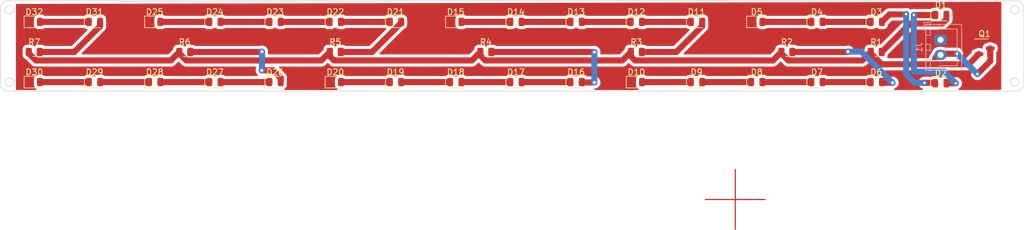
<source format=kicad_pcb>
(kicad_pcb (version 20221018) (generator pcbnew)
  (title_block (title "Brake_light") (date "2023-12-09") (rev "v1.5") (company "TTR_8th") (comment 1 "Designed By Howard Lee"))
  (layers (0 "F.Cu" signal) (31 "B.Cu" signal) (34 "B.Paste" user) (35 "F.Paste" user) (36 "B.SilkS" user "B.Silkscreen") (37 "F.SilkS" user "F.Silkscreen") (38 "B.Mask" user) (39 "F.Mask" user) (44 "Edge.Cuts" user))
  (net 0 "")
  (net 1 "Net-(D1-K)")
  (net 2 "Net-(D1-A)")
  (net 3 "/GND")
  (net 4 "Net-(D3-K)")
  (net 5 "Net-(D2-K)")
  (net 6 "Net-(D4-K)")
  (net 7 "Net-(D6-K)")
  (net 8 "Net-(D7-K)")
  (net 9 "Net-(D6-A)")
  (net 10 "Net-(D10-A)")
  (net 11 "Net-(D8-K)")
  (net 12 "Net-(D11-K)")
  (net 13 "Net-(D11-A)")
  (net 14 "Net-(D13-K)")
  (net 15 "Net-(D12-K)")
  (net 16 "Net-(D14-K)")
  (net 17 "Net-(D16-K)")
  (net 18 "Net-(D17-K)")
  (net 19 "Net-(D16-A)")
  (net 20 "Net-(D19-K)")
  (net 21 "Net-(D18-K)")
  (net 22 "Net-(D21-K)")
  (net 23 "Net-(D21-A)")
  (net 24 "Net-(D23-K)")
  (net 25 "Net-(D22-K)")
  (net 26 "Net-(D24-K)")
  (net 27 "Net-(D26-K)")
  (net 28 "Net-(D27-K)")
  (net 29 "Net-(D26-A)")
  (net 30 "Net-(D29-K)")
  (net 31 "Net-(D28-K)")
  (net 32 "/Vcc")
  (net 33 "Net-(D31-K)")
  (net 34 "Net-(D31-A)")
  (net 35 "Net-(Q1-S)")
  (footprint "Resistor_SMD:R_0805_2012Metric" (layer "F.Cu") (at 195.497 98.497)
    (fp_text reference "R1" (at 0 -1.65) (layer "F.SilkS"))
    (fp_text value "220 Ohm")
    (fp_line (start -0.227064 -0.735) (end 0.227064 -0.735) (stroke (width 0.12)) (layer "F.SilkS"))
    (fp_line (start -0.227064 0.735) (end 0.227064 0.735) (stroke (width 0.12)) (layer "F.SilkS"))
    (pad "1" smd roundrect (at -0.9125 0) (size 1.025 1.4) (layers "F.Cu" "F.Paste" "F.Mask") (roundrect_rratio 0.243902439) (net 35 "Net-(Q1-S)"))
    (pad "2" smd roundrect (at 0.9125 0) (size 1.025 1.4) (layers "F.Cu" "F.Paste" "F.Mask") (roundrect_rratio 0.243902439) (net 2 "Net-(D1-A)"))
  )
  (footprint "LED_SMD:LED_0805_2012Metric" (layer "F.Cu") (at 55.647 103.494)
    (fp_text reference "D30" (at 0 -1.65) (layer "F.SilkS"))
    (fp_text value "LED_Small")
    (fp_line (start -1.685 -0.96) (end -1.685 0.96) (stroke (width 0.12)) (layer "F.SilkS"))
    (fp_line (start -1.685 0.96) (end 1 0.96) (stroke (width 0.12)) (layer "F.SilkS"))
    (fp_line (start 1 -0.96) (end -1.685 -0.96) (stroke (width 0.12)) (layer "F.SilkS"))
    (pad "1" smd roundrect (at -0.9375 0) (size 0.975 1.4) (layers "F.Cu" "F.Paste" "F.Mask") (net 3 "/GND"))
    (pad "2" smd roundrect (at 0.9375 0) (size 0.975 1.4) (layers "F.Cu" "F.Paste" "F.Mask") (net 30 "Net-(D29-K)"))
  )
  (footprint "LED_SMD:LED_0805_2012Metric" (layer "F.Cu") (at 165.647 103.494)
    (fp_text reference "D9" (at 0 -1.65) (layer "F.SilkS"))
    (fp_text value "LED_Small")
    (fp_line (start -1.685 -0.96) (end -1.685 0.96) (stroke (width 0.12)) (layer "F.SilkS"))
    (fp_line (start -1.685 0.96) (end 1 0.96) (stroke (width 0.12)) (layer "F.SilkS"))
    (fp_line (start 1 -0.96) (end -1.685 -0.96) (stroke (width 0.12)) (layer "F.SilkS"))
    (pad "1" smd roundrect (at -0.9375 0) (size 0.975 1.4) (layers "F.Cu" "F.Paste" "F.Mask") (net 10 "Net-(D10-A)"))
    (pad "2" smd roundrect (at 0.9375 0) (size 0.975 1.4) (layers "F.Cu" "F.Paste" "F.Mask") (net 11 "Net-(D8-K)"))
  )
  (footprint "LED_SMD:LED_0805_2012Metric" (layer "F.Cu") (at 55.647 93.5)
    (fp_text reference "D32" (at 0 -1.65) (layer "F.SilkS"))
    (fp_text value "LED_Small")
    (fp_line (start -1.685 -0.96) (end -1.685 0.96) (stroke (width 0.12)) (layer "F.SilkS"))
    (fp_line (start -1.685 0.96) (end 1 0.96) (stroke (width 0.12)) (layer "F.SilkS"))
    (fp_line (start 1 -0.96) (end -1.685 -0.96) (stroke (width 0.12)) (layer "F.SilkS"))
    (pad "1" smd roundrect (at -0.9375 0) (size 0.975 1.4) (layers "F.Cu" "F.Paste" "F.Mask") (net 3 "/GND"))
    (pad "2" smd roundrect (at 0.9375 0) (size 0.975 1.4) (layers "F.Cu" "F.Paste" "F.Mask") (net 33 "Net-(D31-K)"))
  )
  (footprint "LED_SMD:LED_0805_2012Metric" (layer "F.Cu") (at 165.647 93.5)
    (fp_text reference "D11" (at 0 -1.65) (layer "F.SilkS"))
    (fp_text value "LED_Small")
    (fp_line (start -1.685 -0.96) (end -1.685 0.96) (stroke (width 0.12)) (layer "F.SilkS"))
    (fp_line (start -1.685 0.96) (end 1 0.96) (stroke (width 0.12)) (layer "F.SilkS"))
    (fp_line (start 1 -0.96) (end -1.685 -0.96) (stroke (width 0.12)) (layer "F.SilkS"))
    (pad "1" smd roundrect (at -0.9375 0) (size 0.975 1.4) (layers "F.Cu" "F.Paste" "F.Mask") (net 12 "Net-(D11-K)"))
    (pad "2" smd roundrect (at 0.9375 0) (size 0.975 1.4) (layers "F.Cu" "F.Paste" "F.Mask") (net 13 "Net-(D11-A)"))
  )
  (footprint "Resistor_SMD:R_0805_2012Metric" (layer "F.Cu") (at 80.647 98.497)
    (fp_text reference "R6" (at 0 -1.65) (layer "F.SilkS"))
    (fp_text value "220 Ohm")
    (fp_line (start -0.227064 -0.735) (end 0.227064 -0.735) (stroke (width 0.12)) (layer "F.SilkS"))
    (fp_line (start -0.227064 0.735) (end 0.227064 0.735) (stroke (width 0.12)) (layer "F.SilkS"))
    (pad "1" smd roundrect (at -0.9125 0) (size 1.025 1.4) (layers "F.Cu" "F.Paste" "F.Mask") (roundrect_rratio 0.243902439) (net 35 "Net-(Q1-S)"))
    (pad "2" smd roundrect (at 0.9125 0) (size 1.025 1.4) (layers "F.Cu" "F.Paste" "F.Mask") (roundrect_rratio 0.243902439) (net 29 "Net-(D26-A)"))
  )
  (footprint "LED_SMD:LED_0805_2012Metric" (layer "F.Cu") (at 155.647 103.494)
    (fp_text reference "D10" (at 0 -1.65) (layer "F.SilkS"))
    (fp_text value "LED_Small")
    (fp_line (start -1.685 -0.96) (end -1.685 0.96) (stroke (width 0.12)) (layer "F.SilkS"))
    (fp_line (start -1.685 0.96) (end 1 0.96) (stroke (width 0.12)) (layer "F.SilkS"))
    (fp_line (start 1 -0.96) (end -1.685 -0.96) (stroke (width 0.12)) (layer "F.SilkS"))
    (pad "1" smd roundrect (at -0.9375 0) (size 0.975 1.4) (layers "F.Cu" "F.Paste" "F.Mask") (net 3 "/GND"))
    (pad "2" smd roundrect (at 0.9375 0) (size 0.975 1.4) (layers "F.Cu" "F.Paste" "F.Mask") (net 10 "Net-(D10-A)"))
  )
  (footprint "LED_SMD:LED_0805_2012Metric" (layer "F.Cu") (at 185.647 103.494)
    (fp_text reference "D7" (at 0 -1.65) (layer "F.SilkS"))
    (fp_text value "LED_Small")
    (fp_line (start -1.685 -0.96) (end -1.685 0.96) (stroke (width 0.12)) (layer "F.SilkS"))
    (fp_line (start -1.685 0.96) (end 1 0.96) (stroke (width 0.12)) (layer "F.SilkS"))
    (fp_line (start 1 -0.96) (end -1.685 -0.96) (stroke (width 0.12)) (layer "F.SilkS"))
    (pad "1" smd roundrect (at -0.9375 0) (size 0.975 1.4) (layers "F.Cu" "F.Paste" "F.Mask") (net 8 "Net-(D7-K)"))
    (pad "2" smd roundrect (at 0.9375 0) (size 0.975 1.4) (layers "F.Cu" "F.Paste" "F.Mask") (net 7 "Net-(D6-K)"))
  )
  (footprint "Resistor_SMD:R_0805_2012Metric" (layer "F.Cu") (at 155.647 98.497)
    (fp_text reference "R3" (at 0 -1.65) (layer "F.SilkS"))
    (fp_text value "220 Ohm")
    (fp_line (start -0.227064 -0.735) (end 0.227064 -0.735) (stroke (width 0.12)) (layer "F.SilkS"))
    (fp_line (start -0.227064 0.735) (end 0.227064 0.735) (stroke (width 0.12)) (layer "F.SilkS"))
    (pad "1" smd roundrect (at -0.9125 0) (size 1.025 1.4) (layers "F.Cu" "F.Paste" "F.Mask") (roundrect_rratio 0.243902439) (net 35 "Net-(Q1-S)"))
    (pad "2" smd roundrect (at 0.9125 0) (size 1.025 1.4) (layers "F.Cu" "F.Paste" "F.Mask") (roundrect_rratio 0.243902439) (net 13 "Net-(D11-A)"))
  )
  (footprint "LED_SMD:LED_0805_2012Metric" (layer "F.Cu") (at 105.647 93.5)
    (fp_text reference "D22" (at 0 -1.65) (layer "F.SilkS"))
    (fp_text value "LED_Small")
    (fp_line (start -1.685 -0.96) (end -1.685 0.96) (stroke (width 0.12)) (layer "F.SilkS"))
    (fp_line (start -1.685 0.96) (end 1 0.96) (stroke (width 0.12)) (layer "F.SilkS"))
    (fp_line (start 1 -0.96) (end -1.685 -0.96) (stroke (width 0.12)) (layer "F.SilkS"))
    (pad "1" smd roundrect (at -0.9375 0) (size 0.975 1.4) (layers "F.Cu" "F.Paste" "F.Mask") (net 25 "Net-(D22-K)"))
    (pad "2" smd roundrect (at 0.9375 0) (size 0.975 1.4) (layers "F.Cu" "F.Paste" "F.Mask") (net 22 "Net-(D21-K)"))
  )
  (footprint "Resistor_SMD:R_0805_2012Metric" (layer "F.Cu") (at 105.647 98.497)
    (fp_text reference "R5" (at 0 -1.65) (layer "F.SilkS"))
    (fp_text value "220 Ohm")
    (fp_line (start -0.227064 -0.735) (end 0.227064 -0.735) (stroke (width 0.12)) (layer "F.SilkS"))
    (fp_line (start -0.227064 0.735) (end 0.227064 0.735) (stroke (width 0.12)) (layer "F.SilkS"))
    (pad "1" smd roundrect (at -0.9125 0) (size 1.025 1.4) (layers "F.Cu" "F.Paste" "F.Mask") (roundrect_rratio 0.243902439) (net 35 "Net-(Q1-S)"))
    (pad "2" smd roundrect (at 0.9125 0) (size 1.025 1.4) (layers "F.Cu" "F.Paste" "F.Mask") (roundrect_rratio 0.243902439) (net 23 "Net-(D21-A)"))
  )
  (footprint "LED_SMD:LED_0805_2012Metric" (layer "F.Cu") (at 125.647 93.5)
    (fp_text reference "D15" (at 0 -1.65) (layer "F.SilkS"))
    (fp_text value "LED_Small")
    (fp_line (start -1.685 -0.96) (end -1.685 0.96) (stroke (width 0.12)) (layer "F.SilkS"))
    (fp_line (start -1.685 0.96) (end 1 0.96) (stroke (width 0.12)) (layer "F.SilkS"))
    (fp_line (start 1 -0.96) (end -1.685 -0.96) (stroke (width 0.12)) (layer "F.SilkS"))
    (pad "1" smd roundrect (at -0.9375 0) (size 0.975 1.4) (layers "F.Cu" "F.Paste" "F.Mask") (net 3 "/GND"))
    (pad "2" smd roundrect (at 0.9375 0) (size 0.975 1.4) (layers "F.Cu" "F.Paste" "F.Mask") (net 16 "Net-(D14-K)"))
  )
  (footprint "LED_SMD:LED_0805_2012Metric" (layer "F.Cu") (at 135.647 103.494)
    (fp_text reference "D17" (at 0 -1.65) (layer "F.SilkS"))
    (fp_text value "LED_Small")
    (fp_line (start -1.685 -0.96) (end -1.685 0.96) (stroke (width 0.12)) (layer "F.SilkS"))
    (fp_line (start -1.685 0.96) (end 1 0.96) (stroke (width 0.12)) (layer "F.SilkS"))
    (fp_line (start 1 -0.96) (end -1.685 -0.96) (stroke (width 0.12)) (layer "F.SilkS"))
    (pad "1" smd roundrect (at -0.9375 0) (size 0.975 1.4) (layers "F.Cu" "F.Paste" "F.Mask") (net 18 "Net-(D17-K)"))
    (pad "2" smd roundrect (at 0.9375 0) (size 0.975 1.4) (layers "F.Cu" "F.Paste" "F.Mask") (net 17 "Net-(D16-K)"))
  )
  (footprint "LED_SMD:LED_0805_2012Metric" (layer "F.Cu") (at 95.647 103.494)
    (fp_text reference "D26" (at 0 -1.65) (layer "F.SilkS"))
    (fp_text value "LED_Small")
    (fp_line (start -1.685 -0.96) (end -1.685 0.96) (stroke (width 0.12)) (layer "F.SilkS"))
    (fp_line (start -1.685 0.96) (end 1 0.96) (stroke (width 0.12)) (layer "F.SilkS"))
    (fp_line (start 1 -0.96) (end -1.685 -0.96) (stroke (width 0.12)) (layer "F.SilkS"))
    (pad "1" smd roundrect (at -0.9375 0) (size 0.975 1.4) (layers "F.Cu" "F.Paste" "F.Mask") (net 27 "Net-(D26-K)"))
    (pad "2" smd roundrect (at 0.9375 0) (size 0.975 1.4) (layers "F.Cu" "F.Paste" "F.Mask") (net 29 "Net-(D26-A)"))
  )
  (footprint "LED_SMD:LED_0805_2012Metric" (layer "F.Cu") (at 206.22 103.69)
    (fp_text reference "D2" (at 0 -1.65) (layer "F.SilkS"))
    (fp_text value "LED_Small")
    (fp_line (start -1.685 -0.96) (end -1.685 0.96) (stroke (width 0.12)) (layer "F.SilkS"))
    (fp_line (start -1.685 0.96) (end 1 0.96) (stroke (width 0.12)) (layer "F.SilkS"))
    (fp_line (start 1 -0.96) (end -1.685 -0.96) (stroke (width 0.12)) (layer "F.SilkS"))
    (pad "1" smd roundrect (at -0.9375 0) (size 0.975 1.4) (layers "F.Cu" "F.Paste" "F.Mask") (net 5 "Net-(D2-K)"))
    (pad "2" smd roundrect (at 0.9375 0) (size 0.975 1.4) (layers "F.Cu" "F.Paste" "F.Mask") (net 1 "Net-(D1-K)"))
  )
  (footprint "LED_SMD:LED_0805_2012Metric" (layer "F.Cu") (at 75.647 93.5)
    (fp_text reference "D25" (at 0 -1.65) (layer "F.SilkS"))
    (fp_text value "LED_Small")
    (fp_line (start -1.685 -0.96) (end -1.685 0.96) (stroke (width 0.12)) (layer "F.SilkS"))
    (fp_line (start -1.685 0.96) (end 1 0.96) (stroke (width 0.12)) (layer "F.SilkS"))
    (fp_line (start 1 -0.96) (end -1.685 -0.96) (stroke (width 0.12)) (layer "F.SilkS"))
    (pad "1" smd roundrect (at -0.9375 0) (size 0.975 1.4) (layers "F.Cu" "F.Paste" "F.Mask") (net 3 "/GND"))
    (pad "2" smd roundrect (at 0.9375 0) (size 0.975 1.4) (layers "F.Cu" "F.Paste" "F.Mask") (net 26 "Net-(D24-K)"))
  )
  (footprint "LED_SMD:LED_0805_2012Metric" (layer "F.Cu") (at 175.647 93.5)
    (fp_text reference "D5" (at 0 -1.65) (layer "F.SilkS"))
    (fp_text value "LED_Small")
    (fp_line (start -1.685 -0.96) (end -1.685 0.96) (stroke (width 0.12)) (layer "F.SilkS"))
    (fp_line (start -1.685 0.96) (end 1 0.96) (stroke (width 0.12)) (layer "F.SilkS"))
    (fp_line (start 1 -0.96) (end -1.685 -0.96) (stroke (width 0.12)) (layer "F.SilkS"))
    (pad "1" smd roundrect (at -0.9375 0) (size 0.975 1.4) (layers "F.Cu" "F.Paste" "F.Mask") (net 3 "/GND"))
    (pad "2" smd roundrect (at 0.9375 0) (size 0.975 1.4) (layers "F.Cu" "F.Paste" "F.Mask") (net 6 "Net-(D4-K)"))
  )
  (footprint "LED_SMD:LED_0805_2012Metric" (layer "F.Cu") (at 145.647 93.5)
    (fp_text reference "D13" (at 0 -1.65) (layer "F.SilkS"))
    (fp_text value "LED_Small")
    (fp_line (start -1.685 -0.96) (end -1.685 0.96) (stroke (width 0.12)) (layer "F.SilkS"))
    (fp_line (start -1.685 0.96) (end 1 0.96) (stroke (width 0.12)) (layer "F.SilkS"))
    (fp_line (start 1 -0.96) (end -1.685 -0.96) (stroke (width 0.12)) (layer "F.SilkS"))
    (pad "1" smd roundrect (at -0.9375 0) (size 0.975 1.4) (layers "F.Cu" "F.Paste" "F.Mask") (net 14 "Net-(D13-K)"))
    (pad "2" smd roundrect (at 0.9375 0) (size 0.975 1.4) (layers "F.Cu" "F.Paste" "F.Mask") (net 15 "Net-(D12-K)"))
  )
  (footprint "LED_SMD:LED_0805_2012Metric" (layer "F.Cu") (at 65.647 103.494)
    (fp_text reference "D29" (at 0 -1.65) (layer "F.SilkS"))
    (fp_text value "LED_Small")
    (fp_line (start -1.685 -0.96) (end -1.685 0.96) (stroke (width 0.12)) (layer "F.SilkS"))
    (fp_line (start -1.685 0.96) (end 1 0.96) (stroke (width 0.12)) (layer "F.SilkS"))
    (fp_line (start 1 -0.96) (end -1.685 -0.96) (stroke (width 0.12)) (layer "F.SilkS"))
    (pad "1" smd roundrect (at -0.9375 0) (size 0.975 1.4) (layers "F.Cu" "F.Paste" "F.Mask") (net 30 "Net-(D29-K)"))
    (pad "2" smd roundrect (at 0.9375 0) (size 0.975 1.4) (layers "F.Cu" "F.Paste" "F.Mask") (net 31 "Net-(D28-K)"))
  )
  (footprint "LED_SMD:LED_0805_2012Metric" (layer "F.Cu") (at 195.497 93.5)
    (fp_text reference "D3" (at 0 -1.65) (layer "F.SilkS"))
    (fp_text value "LED_Small")
    (fp_line (start -1.685 -0.96) (end -1.685 0.96) (stroke (width 0.12)) (layer "F.SilkS"))
    (fp_line (start -1.685 0.96) (end 1 0.96) (stroke (width 0.12)) (layer "F.SilkS"))
    (fp_line (start 1 -0.96) (end -1.685 -0.96) (stroke (width 0.12)) (layer "F.SilkS"))
    (pad "1" smd roundrect (at -0.9375 0) (size 0.975 1.4) (layers "F.Cu" "F.Paste" "F.Mask") (net 4 "Net-(D3-K)"))
    (pad "2" smd roundrect (at 0.9375 0) (size 0.975 1.4) (layers "F.Cu" "F.Paste" "F.Mask") (net 5 "Net-(D2-K)"))
  )
  (footprint "LED_SMD:LED_0805_2012Metric" (layer "F.Cu") (at 175.647 103.494)
    (fp_text reference "D8" (at 0 -1.65) (layer "F.SilkS"))
    (fp_text value "LED_Small")
    (fp_line (start -1.685 -0.96) (end -1.685 0.96) (stroke (width 0.12)) (layer "F.SilkS"))
    (fp_line (start -1.685 0.96) (end 1 0.96) (stroke (width 0.12)) (layer "F.SilkS"))
    (fp_line (start 1 -0.96) (end -1.685 -0.96) (stroke (width 0.12)) (layer "F.SilkS"))
    (pad "1" smd roundrect (at -0.9375 0) (size 0.975 1.4) (layers "F.Cu" "F.Paste" "F.Mask") (net 11 "Net-(D8-K)"))
    (pad "2" smd roundrect (at 0.9375 0) (size 0.975 1.4) (layers "F.Cu" "F.Paste" "F.Mask") (net 8 "Net-(D7-K)"))
  )
  (footprint "LED_SMD:LED_0805_2012Metric" (layer "F.Cu") (at 95.647 93.5)
    (fp_text reference "D23" (at 0 -1.65) (layer "F.SilkS"))
    (fp_text value "LED_Small")
    (fp_line (start -1.685 -0.96) (end -1.685 0.96) (stroke (width 0.12)) (layer "F.SilkS"))
    (fp_line (start -1.685 0.96) (end 1 0.96) (stroke (width 0.12)) (layer "F.SilkS"))
    (fp_line (start 1 -0.96) (end -1.685 -0.96) (stroke (width 0.12)) (layer "F.SilkS"))
    (pad "1" smd roundrect (at -0.9375 0) (size 0.975 1.4) (layers "F.Cu" "F.Paste" "F.Mask") (net 24 "Net-(D23-K)"))
    (pad "2" smd roundrect (at 0.9375 0) (size 0.975 1.4) (layers "F.Cu" "F.Paste" "F.Mask") (net 25 "Net-(D22-K)"))
  )
  (footprint "LED_SMD:LED_0805_2012Metric" (layer "F.Cu") (at 155.647 93.5)
    (fp_text reference "D12" (at 0 -1.65) (layer "F.SilkS"))
    (fp_text value "LED_Small")
    (fp_line (start -1.685 -0.96) (end -1.685 0.96) (stroke (width 0.12)) (layer "F.SilkS"))
    (fp_line (start -1.685 0.96) (end 1 0.96) (stroke (width 0.12)) (layer "F.SilkS"))
    (fp_line (start 1 -0.96) (end -1.685 -0.96) (stroke (width 0.12)) (layer "F.SilkS"))
    (pad "1" smd roundrect (at -0.9375 0) (size 0.975 1.4) (layers "F.Cu" "F.Paste" "F.Mask") (net 15 "Net-(D12-K)"))
    (pad "2" smd roundrect (at 0.9375 0) (size 0.975 1.4) (layers "F.Cu" "F.Paste" "F.Mask") (net 12 "Net-(D11-K)"))
  )
  (footprint "LED_SMD:LED_0805_2012Metric" (layer "F.Cu") (at 135.647 93.5)
    (fp_text reference "D14" (at 0 -1.65) (layer "F.SilkS"))
    (fp_text value "LED_Small")
    (fp_line (start -1.685 -0.96) (end -1.685 0.96) (stroke (width 0.12)) (layer "F.SilkS"))
    (fp_line (start -1.685 0.96) (end 1 0.96) (stroke (width 0.12)) (layer "F.SilkS"))
    (fp_line (start 1 -0.96) (end -1.685 -0.96) (stroke (width 0.12)) (layer "F.SilkS"))
    (pad "1" smd roundrect (at -0.9375 0) (size 0.975 1.4) (layers "F.Cu" "F.Paste" "F.Mask") (net 16 "Net-(D14-K)"))
    (pad "2" smd roundrect (at 0.9375 0) (size 0.975 1.4) (layers "F.Cu" "F.Paste" "F.Mask") (net 14 "Net-(D13-K)"))
  )
  (footprint "LED_SMD:LED_0805_2012Metric" (layer "F.Cu") (at 185.647 93.5)
    (fp_text reference "D4" (at 0 -1.65) (layer "F.SilkS"))
    (fp_text value "LED_Small")
    (fp_line (start -1.685 -0.96) (end -1.685 0.96) (stroke (width 0.12)) (layer "F.SilkS"))
    (fp_line (start -1.685 0.96) (end 1 0.96) (stroke (width 0.12)) (layer "F.SilkS"))
    (fp_line (start 1 -0.96) (end -1.685 -0.96) (stroke (width 0.12)) (layer "F.SilkS"))
    (pad "1" smd roundrect (at -0.9375 0) (size 0.975 1.4) (layers "F.Cu" "F.Paste" "F.Mask") (net 6 "Net-(D4-K)"))
    (pad "2" smd roundrect (at 0.9375 0) (size 0.975 1.4) (layers "F.Cu" "F.Paste" "F.Mask") (net 4 "Net-(D3-K)"))
  )
  (footprint "LED_SMD:LED_0805_2012Metric" (layer "F.Cu") (at 65.647 93.5)
    (fp_text reference "D31" (at 0 -1.65) (layer "F.SilkS"))
    (fp_text value "LED_Small")
    (fp_line (start -1.685 -0.96) (end -1.685 0.96) (stroke (width 0.12)) (layer "F.SilkS"))
    (fp_line (start -1.685 0.96) (end 1 0.96) (stroke (width 0.12)) (layer "F.SilkS"))
    (fp_line (start 1 -0.96) (end -1.685 -0.96) (stroke (width 0.12)) (layer "F.SilkS"))
    (pad "1" smd roundrect (at -0.9375 0) (size 0.975 1.4) (layers "F.Cu" "F.Paste" "F.Mask") (net 33 "Net-(D31-K)"))
    (pad "2" smd roundrect (at 0.9375 0) (size 0.975 1.4) (layers "F.Cu" "F.Paste" "F.Mask") (net 34 "Net-(D31-A)"))
  )
  (footprint "LED_SMD:LED_0805_2012Metric" (layer "F.Cu") (at 105.647 103.494)
    (fp_text reference "D20" (at 0 -1.65) (layer "F.SilkS"))
    (fp_text value "LED_Small")
    (fp_line (start -1.685 -0.96) (end -1.685 0.96) (stroke (width 0.12)) (layer "F.SilkS"))
    (fp_line (start -1.685 0.96) (end 1 0.96) (stroke (width 0.12)) (layer "F.SilkS"))
    (fp_line (start 1 -0.96) (end -1.685 -0.96) (stroke (width 0.12)) (layer "F.SilkS"))
    (pad "1" smd roundrect (at -0.9375 0) (size 0.975 1.4) (layers "F.Cu" "F.Paste" "F.Mask") (net 3 "/GND"))
    (pad "2" smd roundrect (at 0.9375 0) (size 0.975 1.4) (layers "F.Cu" "F.Paste" "F.Mask") (net 20 "Net-(D19-K)"))
  )
  (footprint "LED_SMD:LED_0805_2012Metric" (layer "F.Cu") (at 115.647 93.5)
    (fp_text reference "D21" (at 0 -1.65) (layer "F.SilkS"))
    (fp_text value "LED_Small")
    (fp_line (start -1.685 -0.96) (end -1.685 0.96) (stroke (width 0.12)) (layer "F.SilkS"))
    (fp_line (start -1.685 0.96) (end 1 0.96) (stroke (width 0.12)) (layer "F.SilkS"))
    (fp_line (start 1 -0.96) (end -1.685 -0.96) (stroke (width 0.12)) (layer "F.SilkS"))
    (pad "1" smd roundrect (at -0.9375 0) (size 0.975 1.4) (layers "F.Cu" "F.Paste" "F.Mask") (net 22 "Net-(D21-K)"))
    (pad "2" smd roundrect (at 0.9375 0) (size 0.975 1.4) (layers "F.Cu" "F.Paste" "F.Mask") (net 23 "Net-(D21-A)"))
  )
  (footprint "LED_SMD:LED_0805_2012Metric" (layer "F.Cu") (at 145.647 103.494)
    (fp_text reference "D16" (at 0 -1.65) (layer "F.SilkS"))
    (fp_text value "LED_Small")
    (fp_line (start -1.685 -0.96) (end -1.685 0.96) (stroke (width 0.12)) (layer "F.SilkS"))
    (fp_line (start -1.685 0.96) (end 1 0.96) (stroke (width 0.12)) (layer "F.SilkS"))
    (fp_line (start 1 -0.96) (end -1.685 -0.96) (stroke (width 0.12)) (layer "F.SilkS"))
    (pad "1" smd roundrect (at -0.9375 0) (size 0.975 1.4) (layers "F.Cu" "F.Paste" "F.Mask") (net 17 "Net-(D16-K)"))
    (pad "2" smd roundrect (at 0.9375 0) (size 0.975 1.4) (layers "F.Cu" "F.Paste" "F.Mask") (net 19 "Net-(D16-A)"))
  )
  (footprint "LED_SMD:LED_0805_2012Metric" (layer "F.Cu") (at 85.647 93.5)
    (fp_text reference "D24" (at 0 -1.65) (layer "F.SilkS"))
    (fp_text value "LED_Small")
    (fp_line (start -1.685 -0.96) (end -1.685 0.96) (stroke (width 0.12)) (layer "F.SilkS"))
    (fp_line (start -1.685 0.96) (end 1 0.96) (stroke (width 0.12)) (layer "F.SilkS"))
    (fp_line (start 1 -0.96) (end -1.685 -0.96) (stroke (width 0.12)) (layer "F.SilkS"))
    (pad "1" smd roundrect (at -0.9375 0) (size 0.975 1.4) (layers "F.Cu" "F.Paste" "F.Mask") (net 26 "Net-(D24-K)"))
    (pad "2" smd roundrect (at 0.9375 0) (size 0.975 1.4) (layers "F.Cu" "F.Paste" "F.Mask") (net 24 "Net-(D23-K)"))
  )
  (footprint "LED_SMD:LED_0805_2012Metric" (layer "F.Cu") (at 115.647 103.494)
    (fp_text reference "D19" (at 0 -1.65) (layer "F.SilkS"))
    (fp_text value "LED_Small")
    (fp_line (start -1.685 -0.96) (end -1.685 0.96) (stroke (width 0.12)) (layer "F.SilkS"))
    (fp_line (start -1.685 0.96) (end 1 0.96) (stroke (width 0.12)) (layer "F.SilkS"))
    (fp_line (start 1 -0.96) (end -1.685 -0.96) (stroke (width 0.12)) (layer "F.SilkS"))
    (pad "1" smd roundrect (at -0.9375 0) (size 0.975 1.4) (layers "F.Cu" "F.Paste" "F.Mask") (net 20 "Net-(D19-K)"))
    (pad "2" smd roundrect (at 0.9375 0) (size 0.975 1.4) (layers "F.Cu" "F.Paste" "F.Mask") (net 21 "Net-(D18-K)"))
  )
  (footprint "LED_SMD:LED_0805_2012Metric" (layer "F.Cu") (at 206.22 92.36)
    (fp_text reference "D1" (at 0 -1.65) (layer "F.SilkS"))
    (fp_text value "LED_Small")
    (fp_line (start -1.685 -0.96) (end -1.685 0.96) (stroke (width 0.12)) (layer "F.SilkS"))
    (fp_line (start -1.685 0.96) (end 1 0.96) (stroke (width 0.12)) (layer "F.SilkS"))
    (fp_line (start 1 -0.96) (end -1.685 -0.96) (stroke (width 0.12)) (layer "F.SilkS"))
    (pad "1" smd roundrect (at -0.9375 0) (size 0.975 1.4) (layers "F.Cu" "F.Paste" "F.Mask") (net 1 "Net-(D1-K)"))
    (pad "2" smd roundrect (at 0.9375 0) (size 0.975 1.4) (layers "F.Cu" "F.Paste" "F.Mask") (net 2 "Net-(D1-A)"))
  )
  (footprint "LED_SMD:LED_0805_2012Metric" (layer "F.Cu") (at 195.497 103.494)
    (fp_text reference "D6" (at 0 -1.65) (layer "F.SilkS"))
    (fp_text value "LED_Small")
    (fp_line (start -1.685 -0.96) (end -1.685 0.96) (stroke (width 0.12)) (layer "F.SilkS"))
    (fp_line (start -1.685 0.96) (end 1 0.96) (stroke (width 0.12)) (layer "F.SilkS"))
    (fp_line (start 1 -0.96) (end -1.685 -0.96) (stroke (width 0.12)) (layer "F.SilkS"))
    (pad "1" smd roundrect (at -0.9375 0) (size 0.975 1.4) (layers "F.Cu" "F.Paste" "F.Mask") (net 7 "Net-(D6-K)"))
    (pad "2" smd roundrect (at 0.9375 0) (size 0.975 1.4) (layers "F.Cu" "F.Paste" "F.Mask") (net 9 "Net-(D6-A)"))
  )
  (footprint "LED_SMD:LED_0805_2012Metric" (layer "F.Cu") (at 125.647 103.494)
    (fp_text reference "D18" (at 0 -1.65) (layer "F.SilkS"))
    (fp_text value "LED_Small")
    (fp_line (start -1.685 -0.96) (end -1.685 0.96) (stroke (width 0.12)) (layer "F.SilkS"))
    (fp_line (start -1.685 0.96) (end 1 0.96) (stroke (width 0.12)) (layer "F.SilkS"))
    (fp_line (start 1 -0.96) (end -1.685 -0.96) (stroke (width 0.12)) (layer "F.SilkS"))
    (pad "1" smd roundrect (at -0.9375 0) (size 0.975 1.4) (layers "F.Cu" "F.Paste" "F.Mask") (net 21 "Net-(D18-K)"))
    (pad "2" smd roundrect (at 0.9375 0) (size 0.975 1.4) (layers "F.Cu" "F.Paste" "F.Mask") (net 18 "Net-(D17-K)"))
  )
  (footprint "LED_SMD:LED_0805_2012Metric" (layer "F.Cu") (at 75.647 103.494)
    (fp_text reference "D28" (at 0 -1.65) (layer "F.SilkS"))
    (fp_text value "LED_Small")
    (fp_line (start -1.685 -0.96) (end -1.685 0.96) (stroke (width 0.12)) (layer "F.SilkS"))
    (fp_line (start -1.685 0.96) (end 1 0.96) (stroke (width 0.12)) (layer "F.SilkS"))
    (fp_line (start 1 -0.96) (end -1.685 -0.96) (stroke (width 0.12)) (layer "F.SilkS"))
    (pad "1" smd roundrect (at -0.9375 0) (size 0.975 1.4) (layers "F.Cu" "F.Paste" "F.Mask") (net 31 "Net-(D28-K)"))
    (pad "2" smd roundrect (at 0.9375 0) (size 0.975 1.4) (layers "F.Cu" "F.Paste" "F.Mask") (net 28 "Net-(D27-K)"))
  )
  (footprint "Resistor_SMD:R_0805_2012Metric" (layer "F.Cu") (at 180.647 98.497)
    (fp_text reference "R2" (at 0 -1.65) (layer "F.SilkS"))
    (fp_text value "220 Ohm")
    (fp_line (start -0.227064 -0.735) (end 0.227064 -0.735) (stroke (width 0.12)) (layer "F.SilkS"))
    (fp_line (start -0.227064 0.735) (end 0.227064 0.735) (stroke (width 0.12)) (layer "F.SilkS"))
    (pad "1" smd roundrect (at -0.9125 0) (size 1.025 1.4) (layers "F.Cu" "F.Paste" "F.Mask") (roundrect_rratio 0.243902439) (net 35 "Net-(Q1-S)"))
    (pad "2" smd roundrect (at 0.9125 0) (size 1.025 1.4) (layers "F.Cu" "F.Paste" "F.Mask") (roundrect_rratio 0.243902439) (net 9 "Net-(D6-A)"))
  )
  (footprint "Package_TO_SOT_SMD:SOT-23" (layer "F.Cu") (at 213.4825 97.89)
    (fp_text reference "Q1" (at 0 -2.4) (layer "F.SilkS"))
    (fp_text value "BSS84")
    (fp_line (start 0 -1.56) (end -1.675 -1.56) (stroke (width 0.12)) (layer "F.SilkS"))
    (fp_line (start 0 -1.56) (end 0.65 -1.56) (stroke (width 0.12)) (layer "F.SilkS"))
    (fp_line (start 0 1.56) (end -0.65 1.56) (stroke (width 0.12)) (layer "F.SilkS"))
    (fp_line (start 0 1.56) (end 0.65 1.56) (stroke (width 0.12)) (layer "F.SilkS"))
    (pad "1" smd roundrect (at -0.9375 -0.95) (size 1.475 0.6) (layers "F.Cu" "F.Paste" "F.Mask") (net 3 "/GND"))
    (pad "2" smd roundrect (at -0.9375 0.95) (size 1.475 0.6) (layers "F.Cu" "F.Paste" "F.Mask") (net 35 "Net-(Q1-S)"))
    (pad "3" smd roundrect (at 0.9375 0) (size 1.475 0.6) (layers "F.Cu" "F.Paste" "F.Mask") (net 32 "/Vcc"))
  )
  (footprint "Resistor_SMD:R_0805_2012Metric" (layer "F.Cu") (at 130.647 98.497)
    (fp_text reference "R4" (at 0 -1.65) (layer "F.SilkS"))
    (fp_text value "220 Ohm")
    (fp_line (start -0.227064 -0.735) (end 0.227064 -0.735) (stroke (width 0.12)) (layer "F.SilkS"))
    (fp_line (start -0.227064 0.735) (end 0.227064 0.735) (stroke (width 0.12)) (layer "F.SilkS"))
    (pad "1" smd roundrect (at -0.9125 0) (size 1.025 1.4) (layers "F.Cu" "F.Paste" "F.Mask") (roundrect_rratio 0.243902439) (net 35 "Net-(Q1-S)"))
    (pad "2" smd roundrect (at 0.9125 0) (size 1.025 1.4) (layers "F.Cu" "F.Paste" "F.Mask") (roundrect_rratio 0.243902439) (net 19 "Net-(D16-A)"))
  )
  (footprint "Resistor_SMD:R_0805_2012Metric" (layer "F.Cu") (at 55.647 98.497)
    (fp_text reference "R7" (at 0 -1.65) (layer "F.SilkS"))
    (fp_text value "520 Ohm")
    (fp_line (start -0.227064 -0.735) (end 0.227064 -0.735) (stroke (width 0.12)) (layer "F.SilkS"))
    (fp_line (start -0.227064 0.735) (end 0.227064 0.735) (stroke (width 0.12)) (layer "F.SilkS"))
    (pad "1" smd roundrect (at -0.9125 0) (size 1.025 1.4) (layers "F.Cu" "F.Paste" "F.Mask") (roundrect_rratio 0.243902439) (net 35 "Net-(Q1-S)"))
    (pad "2" smd roundrect (at 0.9125 0) (size 1.025 1.4) (layers "F.Cu" "F.Paste" "F.Mask") (roundrect_rratio 0.243902439) (net 34 "Net-(D31-A)"))
  )
  (footprint "LED_SMD:LED_0805_2012Metric" (layer "F.Cu") (at 85.647 103.494)
    (fp_text reference "D27" (at 0 -1.65) (layer "F.SilkS"))
    (fp_text value "LED_Small")
    (fp_line (start -1.685 -0.96) (end -1.685 0.96) (stroke (width 0.12)) (layer "F.SilkS"))
    (fp_line (start -1.685 0.96) (end 1 0.96) (stroke (width 0.12)) (layer "F.SilkS"))
    (fp_line (start 1 -0.96) (end -1.685 -0.96) (stroke (width 0.12)) (layer "F.SilkS"))
    (pad "1" smd roundrect (at -0.9375 0) (size 0.975 1.4) (layers "F.Cu" "F.Paste" "F.Mask") (net 28 "Net-(D27-K)"))
    (pad "2" smd roundrect (at 0.9375 0) (size 0.975 1.4) (layers "F.Cu" "F.Paste" "F.Mask") (net 27 "Net-(D26-K)"))
  )
  (footprint "Connector_JST:JST_XH_B2B-XH-A_1x02_P2.50mm_Vertical" (layer "B.Cu") (at 206.174 96.477 -90)
    (fp_text reference "J1" (at 1.25 3.55 90) (layer "B.SilkS") (effects (justify mirror)))
    (fp_text value "Conn_01x02")
    (fp_line (start -2.85 2.75) (end -2.85 1.5) (stroke (width 0.12)) (layer "B.SilkS"))
    (fp_line (start -2.56 -3.51) (end 5.06 -3.51) (stroke (width 0.12)) (layer "B.SilkS"))
    (fp_line (start -2.56 2.46) (end -2.56 -3.51) (stroke (width 0.12)) (layer "B.SilkS"))
    (fp_line (start -2.55 0.2) (end -1.8 0.2) (stroke (width 0.12)) (layer "B.SilkS"))
    (fp_line (start -2.55 1.7) (end -0.75 1.7) (stroke (width 0.12)) (layer "B.SilkS"))
    (fp_line (start -2.55 2.45) (end -2.55 1.7) (stroke (width 0.12)) (layer "B.SilkS"))
    (fp_line (start -1.8 -2.75) (end 1.25 -2.75) (stroke (width 0.12)) (layer "B.SilkS"))
    (fp_line (start -1.8 0.2) (end -1.8 -2.75) (stroke (width 0.12)) (layer "B.SilkS"))
    (fp_line (start -1.6 2.75) (end -2.85 2.75) (stroke (width 0.12)) (layer "B.SilkS"))
    (fp_line (start -0.75 1.7) (end -0.75 2.45) (stroke (width 0.12)) (layer "B.SilkS"))
    (fp_line (start -0.75 2.45) (end -2.55 2.45) (stroke (width 0.12)) (layer "B.SilkS"))
    (fp_line (start 0.75 1.7) (end 1.75 1.7) (stroke (width 0.12)) (layer "B.SilkS"))
    (fp_line (start 0.75 2.45) (end 0.75 1.7) (stroke (width 0.12)) (layer "B.SilkS"))
    (fp_line (start 1.75 1.7) (end 1.75 2.45) (stroke (width 0.12)) (layer "B.SilkS"))
    (fp_line (start 1.75 2.45) (end 0.75 2.45) (stroke (width 0.12)) (layer "B.SilkS"))
    (fp_line (start 3.25 1.7) (end 5.05 1.7) (stroke (width 0.12)) (layer "B.SilkS"))
    (fp_line (start 3.25 2.45) (end 3.25 1.7) (stroke (width 0.12)) (layer "B.SilkS"))
    (fp_line (start 4.3 -2.75) (end 1.25 -2.75) (stroke (width 0.12)) (layer "B.SilkS"))
    (fp_line (start 4.3 0.2) (end 4.3 -2.75) (stroke (width 0.12)) (layer "B.SilkS"))
    (fp_line (start 5.05 0.2) (end 4.3 0.2) (stroke (width 0.12)) (layer "B.SilkS"))
    (fp_line (start 5.05 1.7) (end 5.05 2.45) (stroke (width 0.12)) (layer "B.SilkS"))
    (fp_line (start 5.05 2.45) (end 3.25 2.45) (stroke (width 0.12)) (layer "B.SilkS"))
    (fp_line (start 5.06 -3.51) (end 5.06 2.46) (stroke (width 0.12)) (layer "B.SilkS"))
    (fp_line (start 5.06 2.46) (end -2.56 2.46) (stroke (width 0.12)) (layer "B.SilkS"))
    (pad "1" thru_hole roundrect (at 0 0 270) (size 1.7 2) (drill 1) (layers "*.Cu" "*.Mask") (roundrect_rratio 0.1470588235) (net 3 "/GND"))
    (pad "2" thru_hole oval (at 2.5 0 270) (size 1.7 2) (drill 1) (layers "*.Cu" "*.Mask") (net 32 "/Vcc"))
  )
  (gr_arc (start 218.746089 90.003872) (mid 219.63 90.37) (end 219.996128 91.253911) (stroke (width 0.1)) (layer "Edge.Cuts"))
  (gr_circle (center 51.5 103.5) (end 52.2 103.5) (stroke (width 0.1)) (fill none) (layer "Edge.Cuts"))
  (gr_circle (center 218.5 103.5) (end 219.2 103.5) (stroke (width 0.1)) (fill none) (layer "Edge.Cuts"))
  (gr_line (start 51.253911 90.003872) (end 218.746089 90.003872) (stroke (width 0.1)) (layer "Edge.Cuts"))
  (gr_arc (start 219.996128 103.746089) (mid 219.63 104.63) (end 218.746089 104.996128) (stroke (width 0.1)) (layer "Edge.Cuts"))
  (gr_line (start 50.003872 103.746089) (end 50.003872 91.253911) (stroke (width 0.1)) (layer "Edge.Cuts"))
  (gr_arc (start 50.003872 91.253911) (mid 50.37 90.37) (end 51.253911 90.003872) (stroke (width 0.1)) (layer "Edge.Cuts"))
  (gr_line (start 219.996128 91.253911) (end 219.996128 103.746089) (stroke (width 0.1)) (layer "Edge.Cuts"))
  (gr_arc (start 51.253911 104.996128) (mid 50.37 104.63) (end 50.003872 103.746089) (stroke (width 0.1)) (layer "Edge.Cuts"))
  (gr_circle (center 218.5 91.5) (end 219.2 91.5) (stroke (width 0.1)) (fill none) (layer "Edge.Cuts"))
  (gr_circle (center 51.5 91.5) (end 52.2 91.5) (stroke (width 0.1)) (fill none) (layer "Edge.Cuts"))
  (gr_line (start 218.746089 104.996128) (end 51.253911 104.996128) (stroke (width 0.1)) (layer "Edge.Cuts"))
  (dimension (type center) (layer "F.Cu") (pts (xy 172.085 122.995) (xy 177.038 122.995)) (style (thickness 0.2) (arrow_length 1.27) (text_position_mode 0) (extension_offset 0.5) keep_text_aligned))
  (segment (start 201.75 92.36) (end 201.74 92.35) (width 1.016) (layer "F.Cu") (net 1))
  (segment (start 207.1575 103.69) (end 208.7 103.69) (width 1.016) (layer "F.Cu") (net 1))
  (segment (start 205.2725 92.37) (end 205.2825 92.36) (width 1.016) (layer "F.Cu") (net 1))
  (segment (start 205.2825 92.36) (end 201.75 92.36) (width 1.016) (layer "F.Cu") (net 1))
  (segment (start 208.7 103.69) (end 208.71 103.7) (width 1.016) (layer "F.Cu") (net 1))
  (via (at 201.74 92.35) (size 0.8) (drill 0.4) (layers "F.Cu" "B.Cu") (net 1))
  (via (at 208.71 103.7) (size 0.8) (drill 0.4) (layers "F.Cu" "B.Cu") (net 1))
  (segment (start 206.76 101.75) (end 208.71 103.7) (width 1.016) (layer "B.Cu") (net 1))
  (segment (start 201.74 101.75) (end 206.76 101.75) (width 1.016) (layer "B.Cu") (net 1))
  (segment (start 201.74 92.35) (end 201.74 101.75) (width 1.016) (layer "B.Cu") (net 1))
  (segment (start 207.1575 93.06) (end 206.4495 93.768) (width 1.016) (layer "F.Cu") (net 2))
  (segment (start 206.4495 93.768) (end 201.1385 93.768) (width 1.016) (layer "F.Cu") (net 2))
  (segment (start 201.1385 93.768) (end 196.4095 98.497) (width 1.016) (layer "F.Cu") (net 2))
  (segment (start 207.1575 92.36) (end 207.1575 93.06) (width 1.016) (layer "F.Cu") (net 2))
  (segment (start 186.5845 93.5) (end 194.5595 93.5) (width 1.016) (layer "F.Cu") (net 4))
  (segment (start 200.4 92.25) (end 200.46 92.19) (width 1.016) (layer "F.Cu") (net 5))
  (segment (start 205.2125 103.62) (end 205.2825 103.69) (width 1.016) (layer "F.Cu") (net 5))
  (segment (start 197.6845 92.25) (end 198.53 92.25) (width 1.016) (layer "F.Cu") (net 5))
  (segment (start 196.4345 93.5) (end 197.6845 92.25) (width 1.016) (layer "F.Cu") (net 5))
  (segment (start 198.53 92.25) (end 200.4 92.25) (width 1.016) (layer "F.Cu") (net 5))
  (segment (start 203.5 103.62) (end 205.2125 103.62) (width 1.016) (layer "F.Cu") (net 5))
  (via (at 200.46 92.19) (size 0.8) (drill 0.4) (layers "F.Cu" "B.Cu") (net 5))
  (via (at 203.5 103.62) (size 0.8) (drill 0.4) (layers "F.Cu" "B.Cu") (net 5))
  (segment (start 200.46 92.19) (end 200.46 102.189684) (width 1.016) (layer "B.Cu") (net 5))
  (segment (start 201.890316 103.62) (end 203.5 103.62) (width 1.016) (layer "B.Cu") (net 5))
  (segment (start 200.46 102.189684) (end 201.890316 103.62) (width 1.016) (layer "B.Cu") (net 5))
  (segment (start 176.5845 93.5) (end 184.7095 93.5) (width 1.016) (layer "F.Cu") (net 6))
  (segment (start 194.5595 103.494) (end 186.5845 103.494) (width 1.016) (layer "F.Cu") (net 7))
  (segment (start 184.7095 103.494) (end 176.5845 103.494) (width 1.016) (layer "F.Cu") (net 8))
  (segment (start 198.2 103.61) (end 196.5505 103.61) (width 1.016) (layer "F.Cu") (net 9))
  (segment (start 196.5505 103.61) (end 196.4345 103.494) (width 1.016) (layer "F.Cu") (net 9))
  (segment (start 190.733 98.497) (end 190.79 98.44) (width 1.016) (layer "F.Cu") (net 9))
  (segment (start 181.5595 98.497) (end 190.733 98.497) (width 1.016) (layer "F.Cu") (net 9))
  (via (at 190.79 98.44) (size 1) (drill 0.5) (layers "F.Cu" "B.Cu") (net 9))
  (via (at 198.2 103.61) (size 1) (drill 0.5) (layers "F.Cu" "B.Cu") (net 9))
  (segment (start 190.79 98.44) (end 193.03 98.44) (width 1.016) (layer "B.Cu") (net 9))
  (segment (start 193.03 98.44) (end 198.2 103.61) (width 1.016) (layer "B.Cu") (net 9))
  (segment (start 164.7095 103.494) (end 156.5845 103.494) (width 1.016) (layer "F.Cu") (net 10))
  (segment (start 174.7095 103.494) (end 166.5845 103.494) (width 1.016) (layer "F.Cu") (net 11))
  (segment (start 156.5845 93.5) (end 164.7095 93.5) (width 1.016) (layer "F.Cu") (net 12))
  (segment (start 156.5595 98.497) (end 162.2875 98.497) (width 1.016) (layer "F.Cu") (net 13))
  (segment (start 166.5845 94.2) (end 166.5845 93.5) (width 1.016) (layer "F.Cu") (net 13))
  (segment (start 162.2875 98.497) (end 166.5845 94.2) (width 1.016) (layer "F.Cu") (net 13))
  (segment (start 136.5845 93.5) (end 144.7095 93.5) (width 1.016) (layer "F.Cu") (net 14))
  (segment (start 146.5845 93.5) (end 154.7095 93.5) (width 1.016) (layer "F.Cu") (net 15))
  (segment (start 126.5845 93.5) (end 134.7095 93.5) (width 1.016) (layer "F.Cu") (net 16))
  (segment (start 144.7095 103.494) (end 136.5845 103.494) (width 1.016) (layer "F.Cu") (net 17))
  (segment (start 134.7095 103.494) (end 126.5845 103.494) (width 1.016) (layer "F.Cu") (net 18))
  (segment (start 148.647 98.497) (end 148.67 98.52) (width 1.016) (layer "F.Cu") (net 19))
  (segment (start 146.558 103.4675) (end 146.5845 103.494) (width 0.254) (layer "F.Cu") (net 19))
  (segment (start 148.67 103.56) (end 146.6505 103.56) (width 1.016) (layer "F.Cu") (net 19))
  (segment (start 146.61 103.4685) (end 146.5845 103.494) (width 1.016) (layer "F.Cu") (net 19))
  (segment (start 131.5595 98.497) (end 148.647 98.497) (width 1.016) (layer "F.Cu") (net 19))
  (segment (start 146.6505 103.56) (end 146.5845 103.494) (width 1.016) (layer "F.Cu") (net 19))
  (via (at 148.67 103.56) (size 1) (drill 0.5) (layers "F.Cu" "B.Cu") (net 19))
  (via (at 148.67 98.52) (size 1) (drill 0.5) (layers "F.Cu" "B.Cu") (net 19))
  (segment (start 148.67 98.52) (end 148.67 103.56) (width 1.016) (layer "B.Cu") (net 19))
  (segment (start 114.7095 103.494) (end 106.5845 103.494) (width 1.016) (layer "F.Cu") (net 20))
  (segment (start 124.7095 103.494) (end 116.5845 103.494) (width 1.016) (layer "F.Cu") (net 21))
  (segment (start 106.5845 93.5) (end 114.7095 93.5) (width 1.016) (layer "F.Cu") (net 22))
  (segment (start 111.758478 98.497) (end 116.5845 93.670978) (width 1.016) (layer "F.Cu") (net 23))
  (segment (start 116.5845 93.670978) (end 116.5845 93.5) (width 1.016) (layer "F.Cu") (net 23))
  (segment (start 106.5595 98.497) (end 111.758478 98.497) (width 1.016) (layer "F.Cu") (net 23))
  (segment (start 86.5845 93.5) (end 94.7095 93.5) (width 1.016) (layer "F.Cu") (net 24))
  (segment (start 96.5845 93.5) (end 104.7095 93.5) (width 1.016) (layer "F.Cu") (net 25))
  (segment (start 76.5845 93.5) (end 84.7095 93.5) (width 1.016) (layer "F.Cu") (net 26))
  (segment (start 94.7095 103.494) (end 86.5845 103.494) (width 1.016) (layer "F.Cu") (net 27))
  (segment (start 84.7095 103.494) (end 76.5845 103.494) (width 1.016) (layer "F.Cu") (net 28))
  (segment (start 93.413 98.497) (end 93.47 98.44) (width 1.016) (layer "F.Cu") (net 29))
  (segment (start 95.3305 101.54) (end 96.5845 102.794) (width 1.016) (layer "F.Cu") (net 29))
  (segment (start 93.43 101.54) (end 95.3305 101.54) (width 1.016) (layer "F.Cu") (net 29))
  (segment (start 96.52 103.4295) (end 96.5845 103.494) (width 0.254) (layer "F.Cu") (net 29))
  (segment (start 96.5845 102.794) (end 96.5845 103.494) (width 1.016) (layer "F.Cu") (net 29))
  (segment (start 81.5595 98.497) (end 93.413 98.497) (width 1.016) (layer "F.Cu") (net 29))
  (via (at 93.43 101.54) (size 1) (drill 0.5) (layers "F.Cu" "B.Cu") (net 29))
  (via (at 93.47 98.44) (size 1) (drill 0.5) (layers "F.Cu" "B.Cu") (net 29))
  (segment (start 93.47 98.44) (end 93.47 101.5) (width 1.016) (layer "B.Cu") (net 29))
  (segment (start 93.47 101.5) (end 93.43 101.54) (width 1.016) (layer "B.Cu") (net 29))
  (segment (start 64.7095 103.494) (end 56.5845 103.494) (width 1.016) (layer "F.Cu") (net 30))
  (segment (start 74.7095 103.494) (end 66.5845 103.494) (width 1.016) (layer "F.Cu") (net 31))
  (segment (start 208.91 98.79) (end 206.361 98.79) (width 1.016) (layer "F.Cu") (net 32))
  (segment (start 206.378818 98.977) (end 206.174 98.977) (width 1.016) (layer "F.Cu") (net 32))
  (segment (start 214.42 100.02) (end 212.28 102.16) (width 1.016) (layer "F.Cu") (net 32))
  (segment (start 206.361 98.79) (end 206.174 98.977) (width 1.016) (layer "F.Cu") (net 32))
  (segment (start 214.42 97.89) (end 214.42 100.02) (width 1.016) (layer "F.Cu") (net 32))
  (via (at 212.28 102.16) (size 0.8) (drill 0.4) (layers "F.Cu" "B.Cu") (net 32))
  (via (at 208.91 98.79) (size 0.8) (drill 0.4) (layers "F.Cu" "B.Cu") (net 32))
  (segment (start 212.28 102.16) (end 208.91 98.79) (width 1.016) (layer "B.Cu") (net 32))
  (segment (start 56.5845 93.5) (end 64.7095 93.5) (width 1.016) (layer "F.Cu") (net 33))
  (segment (start 62.2875 98.497) (end 66.5845 94.2) (width 1.016) (layer "F.Cu") (net 34))
  (segment (start 66.5845 94.2) (end 66.5845 93.5) (width 1.016) (layer "F.Cu") (net 34))
  (segment (start 56.5595 98.497) (end 62.2875 98.497) (width 1.016) (layer "F.Cu") (net 34))
  (segment (start 129.7345 99.0745) (end 129.7345 98.497) (width 1.016) (layer "F.Cu") (net 35))
  (segment (start 179.7345 98.739318) (end 179.7345 98.497) (width 1.016) (layer "F.Cu") (net 35))
  (segment (start 154.7345 99.197) (end 154.7345 98.497) (width 1.016) (layer "F.Cu") (net 35))
  (segment (start 104.7345 98.497) (end 103.3265 99.905) (width 1.016) (layer "F.Cu") (net 35))
  (segment (start 128.3265 99.905) (end 105.4425 99.905) (width 1.016) (layer "F.Cu") (net 35))
  (segment (start 212.545 98.84) (end 210.85 100.535) (width 1.016) (layer "F.Cu") (net 35))
  (segment (start 103.3265 99.905) (end 80.900182 99.905) (width 1.016) (layer "F.Cu") (net 35))
  (segment (start 196.380182 100.535) (end 194.5845 98.739318) (width 1.016) (layer "F.Cu") (net 35))
  (segment (start 78.3265 99.905) (end 55.900182 99.905) (width 1.016) (layer "F.Cu") (net 35))
  (segment (start 130.565 99.905) (end 129.7345 99.0745) (width 1.016) (layer "F.Cu") (net 35))
  (segment (start 80.900182 99.905) (end 79.7345 98.739318) (width 1.016) (layer "F.Cu") (net 35))
  (segment (start 154.7345 98.497) (end 153.3265 99.905) (width 1.016) (layer "F.Cu") (net 35))
  (segment (start 54.7345 98.739318) (end 54.7345 98.497) (width 1.016) (layer "F.Cu") (net 35))
  (segment (start 193.1765 99.905) (end 180.900182 99.905) (width 1.016) (layer "F.Cu") (net 35))
  (segment (start 129.7345 98.497) (end 128.3265 99.905) (width 1.016) (layer "F.Cu") (net 35))
  (segment (start 55.900182 99.905) (end 54.7345 98.739318) (width 1.016) (layer "F.Cu") (net 35))
  (segment (start 105.4425 99.905) (end 104.7345 99.197) (width 1.016) (layer "F.Cu") (net 35))
  (segment (start 155.4425 99.905) (end 154.7345 99.197) (width 1.016) (layer "F.Cu") (net 35))
  (segment (start 79.7345 98.497) (end 78.3265 99.905) (width 1.016) (layer "F.Cu") (net 35))
  (segment (start 194.5845 98.497) (end 193.1765 99.905) (width 1.016) (layer "F.Cu") (net 35))
  (segment (start 178.3265 99.905) (end 155.4425 99.905) (width 1.016) (layer "F.Cu") (net 35))
  (segment (start 104.7345 99.197) (end 104.7345 98.497) (width 1.016) (layer "F.Cu") (net 35))
  (segment (start 79.7345 98.739318) (end 79.7345 98.497) (width 1.016) (layer "F.Cu") (net 35))
  (segment (start 153.3265 99.905) (end 130.565 99.905) (width 1.016) (layer "F.Cu") (net 35))
  (segment (start 180.900182 99.905) (end 179.7345 98.739318) (width 1.016) (layer "F.Cu") (net 35))
  (segment (start 210.85 100.535) (end 196.380182 100.535) (width 1.016) (layer "F.Cu") (net 35))
  (segment (start 179.7345 98.497) (end 178.3265 99.905) (width 1.016) (layer "F.Cu") (net 35))
  (segment (start 194.5845 98.739318) (end 194.5845 98.497) (width 1.016) (layer "F.Cu") (net 35))
  (zone (net 3) (net_name "/GND") (layer "F.Cu") (name "GND") (connect_pads yes (clearance 0.5)) (min_thickness 0.25) (fill yes (thermal_gap 0.5) (thermal_bridge_width 0.5))
    (polygon (pts (xy 216.252352 104.792185) (xy 212.03 104.81) (xy 52.67 104.81) (xy 52.6 104.74) (xy 52.6 90.56) (xy 52.64 90.52) (xy 216.268574 90.171473)))
  )
)
</source>
